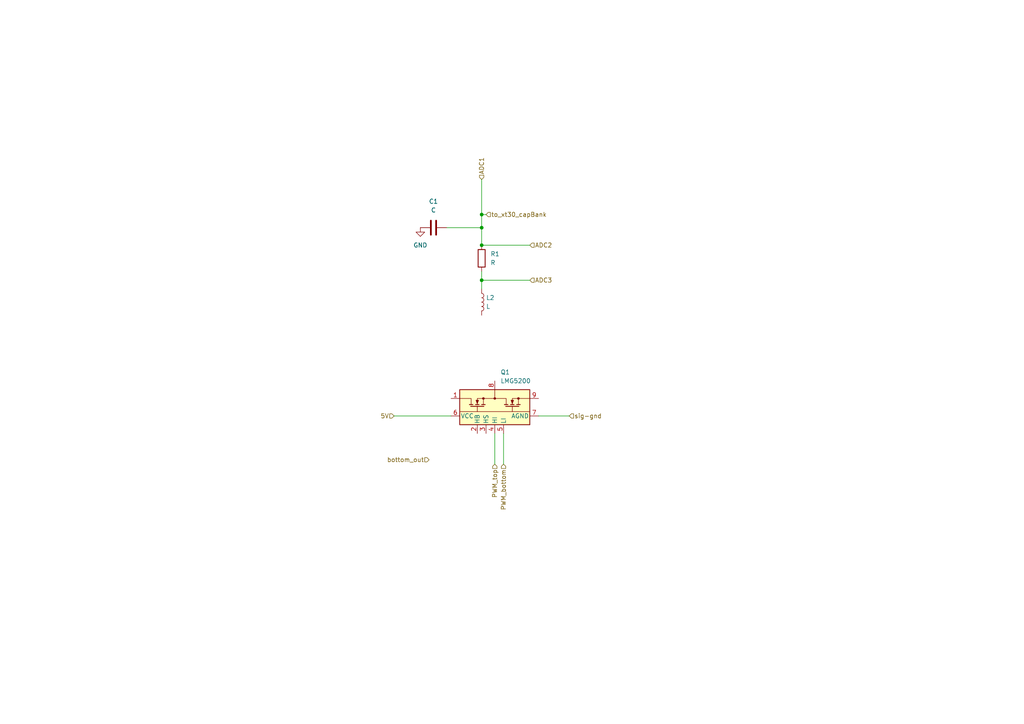
<source format=kicad_sch>
(kicad_sch (version 20231120) (generator "eeschema") (generator_version "8.0")
  (paper "A4")
  (lib_symbols
    (symbol "Device:C" (pin_numbers hide) (pin_names (offset 0.254))
      (property "Reference" "C" (at 0.635 2.54 0))
      (property "Value" "C" (at 0.635 -2.54 0))
      (symbol "C_0_1"
        (polyline (pts (xy -2.032 -0.762) (xy 2.032 -0.762)) (stroke (width 0.508)))
        (polyline (pts (xy -2.032 0.762) (xy 2.032 0.762)) (stroke (width 0.508)))
      )
      (symbol "C_1_1"
        (pin passive line (at 0 3.81 270) (length 2.794) (name "~") (number "1"))
        (pin passive line (at 0 -3.81 90) (length 2.794) (name "~") (number "2"))
      )
    )
    (symbol "Device:L" (pin_numbers hide) (pin_names (offset 1.016) hide)
      (property "Reference" "L" (at -1.27 0 90))
      (property "Value" "L" (at 1.905 0 90))
      (symbol "L_0_1"
        (arc (start 0 -2.54) (mid 0.6323 -1.905) (end 0 -1.27))
        (arc (start 0 -1.27) (mid 0.6323 -0.635) (end 0 0))
        (arc (start 0 0) (mid 0.6323 0.635) (end 0 1.27))
        (arc (start 0 1.27) (mid 0.6323 1.905) (end 0 2.54))
      )
      (symbol "L_1_1"
        (pin passive line (at 0 3.81 270) (length 1.27) (name "1") (number "1"))
        (pin passive line (at 0 -3.81 90) (length 1.27) (name "2") (number "2"))
      )
    )
    (symbol "Device:R" (pin_numbers hide) (pin_names (offset 0))
      (property "Reference" "R" (at 2.032 0 90))
      (property "Value" "R" (at 0 0 90))
      (symbol "R_0_1"
        (rectangle (start -1.016 -2.54) (end 1.016 2.54) (stroke (width 0.254)))
      )
      (symbol "R_1_1"
        (pin passive line (at 0 3.81 270) (length 1.27) (name "~") (number "1"))
        (pin passive line (at 0 -3.81 90) (length 1.27) (name "~") (number "2"))
      )
    )
    (symbol "Power_Management:LMG5200" (pin_names (offset 0.254))
      (property "Reference" "Q" (at 6.35 5.08 0))
      (property "Value" "LMG5200" (at 6.35 2.54 0))
      (symbol "LMG5200_0_1"
        (rectangle (start -5.08 10.16) (end 5.08 -10.16) (stroke (width 0.254)) (fill (type background)))
        (polyline (pts (xy -1.27 -5.08) (xy 0.254 -5.08)))
        (polyline (pts (xy -1.27 5.08) (xy 0.254 5.08)))
        (polyline (pts (xy -1.27 10.16) (xy -1.27 -10.16)))
        (polyline (pts (xy 0.762 -6.858) (xy 2.54 -6.858)))
        (polyline (pts (xy 0.762 -6.35) (xy 0.762 -7.366)) (stroke (width 0.254)))
        (polyline (pts (xy 0.762 -4.572) (xy 0.762 -5.588)) (stroke (width 0.254)))
        (polyline (pts (xy 0.762 -2.794) (xy 0.762 -3.81)) (stroke (width 0.254)))
        (polyline (pts (xy 0.762 3.302) (xy 2.54 3.302)))
        (polyline (pts (xy 0.762 3.81) (xy 0.762 2.794)) (stroke (width 0.254)))
        (polyline (pts (xy 0.762 5.588) (xy 0.762 4.572)) (stroke (width 0.254)))
        (polyline (pts (xy 0.762 7.366) (xy 0.762 6.35)) (stroke (width 0.254)))
        (polyline (pts (xy 5.08 0) (xy 2.54 0)))
        (polyline (pts (xy 0.254 -3.175) (xy 0.254 -6.985) (xy 0.254 -6.985)) (stroke (width 0.254)))
        (polyline (pts (xy 0.254 6.985) (xy 0.254 3.175) (xy 0.254 3.175)) (stroke (width 0.254)))
        (polyline (pts (xy 0.762 6.858) (xy 2.54 6.858) (xy 2.54 10.16)))
        (polyline (pts (xy 2.54 -10.16) (xy 2.54 -5.08) (xy 0.762 -5.08)))
        (polyline (pts (xy 0.762 5.08) (xy 2.54 5.08) (xy 2.54 -3.302) (xy 0.762 -3.302)))
        (polyline (pts (xy 1.016 -5.08) (xy 2.032 -4.699) (xy 2.032 -5.461) (xy 1.016 -5.08)) (fill (type outline)))
        (polyline (pts (xy 1.016 5.08) (xy 2.032 5.461) (xy 2.032 4.699) (xy 1.016 5.08)) (fill (type outline)))
        (circle (center 2.54 -6.858) (radius 0.2794) (fill (type outline)))
        (circle (center 2.54 0) (radius 0.2794) (fill (type outline)))
        (circle (center 2.54 3.302) (radius 0.2794) (fill (type outline)))
      )
      (symbol "LMG5200_1_1"
        (pin passive line (at 2.54 12.7 270) (length 2.54) (name "~") (number "1"))
        (pin passive line (at -7.62 5.08 0) (length 2.54) (name "HB") (number "2"))
        (pin passive line (at -7.62 2.54 0) (length 2.54) (name "HS") (number "3"))
        (pin input line (at -7.62 0 0) (length 2.54) (name "HI") (number "4"))
        (pin input line (at -7.62 -2.54 0) (length 2.54) (name "LI") (number "5"))
        (pin power_in line (at -2.54 12.7 270) (length 2.54) (name "VCC") (number "6"))
        (pin power_in line (at -2.54 -12.7 90) (length 2.54) (name "AGND") (number "7"))
        (pin passive line (at 7.62 0 180) (length 2.54) (name "~") (number "8"))
        (pin passive line (at 2.54 -12.7 90) (length 2.54) (name "~") (number "9"))
      )
    )
    (symbol "power:GND" (power) (pin_numbers hide) (pin_names (offset 0) hide)
      (property "Value" "GND" (at 0 -3.81 0))
      (symbol "GND_0_1"
        (polyline (pts (xy 0 0) (xy 0 -1.27) (xy 1.27 -1.27) (xy 0 -2.54) (xy -1.27 -1.27) (xy 0 -1.27)))
      )
      (symbol "GND_1_1"
        (pin power_in line (at 0 0 270) (length 0) (name "~") (number "1"))
      )
    )
  )
  (junction (at 139.7 81.28))
  (junction (at 139.7 71.12))
  (junction (at 139.7 66.04))
  (junction (at 139.7 62.23))
  (wire (pts (xy 139.7 66.04) (xy 139.7 62.23)))
  (wire (pts (xy 153.67 71.12) (xy 139.7 71.12)))
  (wire (pts (xy 139.7 83.82) (xy 139.7 81.28)))
  (wire (pts (xy 146.05 125.73) (xy 146.05 134.62)))
  (wire (pts (xy 139.7 52.07) (xy 139.7 62.23)))
  (wire (pts (xy 143.51 125.73) (xy 143.51 134.62)))
  (wire (pts (xy 139.7 62.23) (xy 140.97 62.23)))
  (wire (pts (xy 139.7 81.28) (xy 139.7 78.74)))
  (wire (pts (xy 139.7 71.12) (xy 139.7 66.04)))
  (wire (pts (xy 129.54 66.04) (xy 139.7 66.04)))
  (wire (pts (xy 114.3 120.65) (xy 130.81 120.65)))
  (wire (pts (xy 139.7 81.28) (xy 153.67 81.28)))
  (wire (pts (xy 156.21 120.65) (xy 165.1 120.65)))
  (hierarchical_label "ADC3" (shape input) (at 153.67 81.28 0))
  (hierarchical_label "5V" (shape input) (at 114.3 120.65 180))
  (hierarchical_label "ADC1" (shape input) (at 139.7 52.07 90))
  (hierarchical_label "bottom_out" (shape input) (at 124.46 133.35 180))
  (hierarchical_label "ADC2" (shape input) (at 153.67 71.12 0))
  (hierarchical_label "PWM_bottom" (shape input) (at 146.05 134.62 270))
  (hierarchical_label "sig-gnd" (shape input) (at 165.1 120.65 0))
  (hierarchical_label "PWM_top" (shape input) (at 143.51 134.62 270))
  (hierarchical_label "to_xt30_capBank" (shape input) (at 140.97 62.23 0))
  (symbol (lib_id "power:GND") (at 121.92 66.04 0) (unit 1)
    (property "Reference" "#PWR01" (effects (hide yes)))
    (property "Value" "GND" (at 121.92 71.12 0))
    (property "Description" "Power symbol creates a global label with name \"GND\" , ground" (effects (hide yes)))
  )
  (symbol (lib_id "Device:C") (at 125.73 66.04 90) (unit 1)
    (property "Reference" "C1" (at 125.73 58.42 90))
    (property "Value" "C" (at 125.73 60.96 90))
    (property "Description" "Unpolarized capacitor" (effects (hide yes)))
  )
  (symbol (lib_id "Device:L") (at 139.7 87.63 0) (unit 1)
    (property "Reference" "L2" (at 140.97 86.3599 0) (effects (justify left)))
    (property "Value" "L" (at 140.97 88.8999 0) (effects (justify left)))
    (property "Description" "Inductor" (effects (hide yes)))
  )
  (symbol (lib_id "Power_Management:LMG5200") (at 143.51 118.11 90) (unit 1)
    (property "Reference" "Q1" (at 145.1611 107.95 90) (effects (justify right)))
    (property "Value" "LMG5200" (at 145.1611 110.49 90) (effects (justify right)))
    (property "Footprint" "Package_DFN_QFN:Texas_MOF0009A" (effects (hide yes)))
    (property "Datasheet" "http://www.ti.com/lit/ds/symlink/lmg5200.pdf" (effects (hide yes)))
    (property "Description" "80-V, 10-A GaN Half-Bridge Power Stage, MOF0009A" (effects (hide yes)))
  )
  (symbol (lib_id "Device:R") (at 139.7 74.93 0) (unit 1)
    (property "Reference" "R1" (at 142.24 73.6599 0) (effects (justify left)))
    (property "Value" "R" (at 142.24 76.1999 0) (effects (justify left)))
    (property "Description" "Resistor" (effects (hide yes)))
  )
)
</source>
